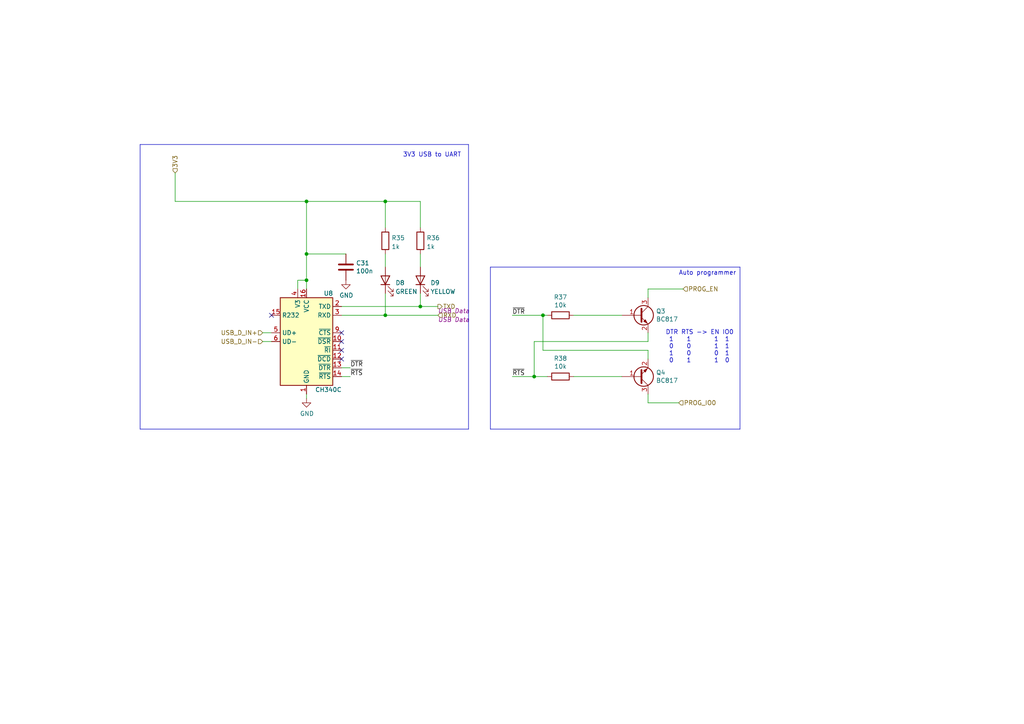
<source format=kicad_sch>
(kicad_sch (version 20230121) (generator eeschema)
  (paper "A4")
  (title_block (title "Serial Communication") (date "2021-09-12") (rev "0") (company "Florian Schuetz"))
  (lib_symbols
    (symbol "Device:C" (pin_numbers hide) (pin_names (offset 0.254))
      (property "Reference" "C" (at 0.635 2.54 0))
      (property "Value" "C" (at 0.635 -2.54 0))
      (symbol "C_0_1"
        (polyline (pts (xy -2.032 -0.762) (xy 2.032 -0.762)) (stroke (width 0.508)))
        (polyline (pts (xy -2.032 0.762) (xy 2.032 0.762)) (stroke (width 0.508)))
      )
      (symbol "C_1_1"
        (pin passive line (at 0 3.81 270) (length 2.794) (name "~") (number "1"))
        (pin passive line (at 0 -3.81 90) (length 2.794) (name "~") (number "2"))
      )
    )
    (symbol "Device:LED" (pin_numbers hide) (pin_names (offset 1.016) hide)
      (property "Reference" "D" (at 0 2.54 0))
      (property "Value" "LED" (at 0 -2.54 0))
      (symbol "LED_0_1"
        (polyline (pts (xy -1.27 -1.27) (xy -1.27 1.27)) (stroke (width 0.254)))
        (polyline (pts (xy -1.27 0) (xy 1.27 0)))
        (polyline (pts (xy 1.27 -1.27) (xy 1.27 1.27) (xy -1.27 0) (xy 1.27 -1.27)) (stroke (width 0.254)))
        (polyline (pts (xy -3.048 -0.762) (xy -4.572 -2.286) (xy -3.81 -2.286) (xy -4.572 -2.286) (xy -4.572 -1.524)))
        (polyline (pts (xy -1.778 -0.762) (xy -3.302 -2.286) (xy -2.54 -2.286) (xy -3.302 -2.286) (xy -3.302 -1.524)))
      )
      (symbol "LED_1_1"
        (pin passive line (at -3.81 0 0) (length 2.54) (name "K") (number "1"))
        (pin passive line (at 3.81 0 180) (length 2.54) (name "A") (number "2"))
      )
    )
    (symbol "Device:R" (pin_numbers hide) (pin_names (offset 0))
      (property "Reference" "R" (at 2.032 0 90))
      (property "Value" "R" (at 0 0 90))
      (symbol "R_0_1"
        (rectangle (start -1.016 -2.54) (end 1.016 2.54) (stroke (width 0.254)))
      )
      (symbol "R_1_1"
        (pin passive line (at 0 3.81 270) (length 1.27) (name "~") (number "1"))
        (pin passive line (at 0 -3.81 90) (length 1.27) (name "~") (number "2"))
      )
    )
    (symbol "Interface_USB:CH340C"
      (property "Reference" "U" (at -5.08 13.97 0))
      (property "Value" "CH340C" (at 1.27 13.97 0))
      (symbol "CH340C_0_1"
        (rectangle (start -7.62 12.7) (end 7.62 -12.7) (stroke (width 0.254)) (fill (type background)))
      )
      (symbol "CH340C_1_1"
        (pin power_in line (at 0 -15.24 90) (length 2.54) (name "GND") (number "1"))
        (pin input line (at 10.16 0 180) (length 2.54) (name "~{DSR}") (number "10"))
        (pin input line (at 10.16 -2.54 180) (length 2.54) (name "~{RI}") (number "11"))
        (pin input line (at 10.16 -5.08 180) (length 2.54) (name "~{DCD}") (number "12"))
        (pin output line (at 10.16 -7.62 180) (length 2.54) (name "~{DTR}") (number "13"))
        (pin output line (at 10.16 -10.16 180) (length 2.54) (name "~{RTS}") (number "14"))
        (pin input line (at -10.16 7.62 0) (length 2.54) (name "R232") (number "15"))
        (pin power_in line (at 0 15.24 270) (length 2.54) (name "VCC") (number "16"))
        (pin output line (at 10.16 10.16 180) (length 2.54) (name "TXD") (number "2"))
        (pin input line (at 10.16 7.62 180) (length 2.54) (name "RXD") (number "3"))
        (pin passive line (at -2.54 15.24 270) (length 2.54) (name "V3") (number "4"))
        (pin bidirectional line (at -10.16 2.54 0) (length 2.54) (name "UD+") (number "5"))
        (pin bidirectional line (at -10.16 0 0) (length 2.54) (name "UD-") (number "6"))
        (pin no_connect line (at -7.62 -7.62 0) (length 2.54) hide (name "NC") (number "7"))
        (pin no_connect line (at -7.62 -10.16 0) (length 2.54) hide (name "NC") (number "8"))
        (pin input line (at 10.16 2.54 180) (length 2.54) (name "~{CTS}") (number "9"))
      )
    )
    (symbol "Transistor_BJT:BC817" (pin_names (offset 0) hide)
      (property "Reference" "Q" (at 5.08 1.905 0))
      (property "Value" "BC817" (at 5.08 0 0))
      (symbol "BC817_0_1"
        (polyline (pts (xy 0.635 0.635) (xy 2.54 2.54)))
        (polyline (pts (xy 0.635 -0.635) (xy 2.54 -2.54) (xy 2.54 -2.54)))
        (polyline (pts (xy 0.635 1.905) (xy 0.635 -1.905) (xy 0.635 -1.905)) (stroke (width 0.508)))
        (polyline (pts (xy 1.27 -1.778) (xy 1.778 -1.27) (xy 2.286 -2.286) (xy 1.27 -1.778) (xy 1.27 -1.778)) (fill (type outline)))
        (circle (center 1.27 0) (radius 2.8194) (stroke (width 0.254)))
      )
      (symbol "BC817_1_1"
        (pin input line (at -5.08 0 0) (length 5.715) (name "B") (number "1"))
        (pin passive line (at 2.54 -5.08 90) (length 2.54) (name "E") (number "2"))
        (pin passive line (at 2.54 5.08 270) (length 2.54) (name "C") (number "3"))
      )
    )
    (symbol "power:GND" (power) (pin_names (offset 0))
      (property "Value" "GND" (at 0 -3.81 0))
      (symbol "GND_0_1"
        (polyline (pts (xy 0 0) (xy 0 -1.27) (xy 1.27 -1.27) (xy 0 -2.54) (xy -1.27 -1.27) (xy 0 -1.27)))
      )
      (symbol "GND_1_1"
        (pin power_in line (at 0 0 270) (length 0) hide (name "GND") (number "1"))
      )
    )
  )
  (junction (at 121.92 88.9))
  (junction (at 111.76 58.42))
  (junction (at 88.9 81.28))
  (junction (at 88.9 58.42))
  (junction (at 157.48 91.44))
  (junction (at 88.9 73.66))
  (junction (at 111.76 91.44))
  (junction (at 154.94 109.22))
  (no_connect (at 99.06 101.6))
  (no_connect (at 99.06 99.06))
  (no_connect (at 99.06 104.14))
  (no_connect (at 99.06 96.52))
  (no_connect (at 78.74 91.44))
  (wire (pts (xy 157.48 101.6) (xy 157.48 91.44)))
  (wire (pts (xy 187.96 83.82) (xy 198.12 83.82)))
  (wire (pts (xy 187.96 99.06) (xy 154.94 99.06)))
  (wire (pts (xy 111.76 58.42) (xy 88.9 58.42)))
  (polyline (pts (xy 40.64 41.91) (xy 135.89 41.91)))
  (wire (pts (xy 111.76 85.09) (xy 111.76 91.44)))
  (wire (pts (xy 187.96 96.52) (xy 187.96 99.06)))
  (wire (pts (xy 88.9 81.28) (xy 88.9 73.66)))
  (wire (pts (xy 121.92 58.42) (xy 111.76 58.42)))
  (wire (pts (xy 78.74 99.06) (xy 76.2 99.06)))
  (polyline (pts (xy 135.89 124.46) (xy 40.64 124.46)))
  (wire (pts (xy 88.9 83.82) (xy 88.9 81.28)))
  (wire (pts (xy 121.92 73.66) (xy 121.92 77.47)))
  (wire (pts (xy 99.06 109.22) (xy 101.6 109.22)))
  (wire (pts (xy 157.48 91.44) (xy 158.75 91.44)))
  (polyline (pts (xy 142.24 124.46) (xy 142.24 77.47)))
  (wire (pts (xy 50.8 58.42) (xy 50.8 50.165)))
  (wire (pts (xy 121.92 88.9) (xy 127 88.9)))
  (polyline (pts (xy 214.63 77.47) (xy 214.63 124.46)))
  (wire (pts (xy 111.76 91.44) (xy 127 91.44)))
  (wire (pts (xy 88.9 73.66) (xy 100.33 73.66)))
  (wire (pts (xy 88.9 58.42) (xy 88.9 73.66)))
  (wire (pts (xy 187.96 114.3) (xy 187.96 116.84)))
  (wire (pts (xy 154.94 99.06) (xy 154.94 109.22)))
  (wire (pts (xy 88.9 114.3) (xy 88.9 115.57)))
  (polyline (pts (xy 135.89 41.91) (xy 135.89 124.46)))
  (wire (pts (xy 99.06 91.44) (xy 111.76 91.44)))
  (wire (pts (xy 111.76 73.66) (xy 111.76 77.47)))
  (wire (pts (xy 121.92 66.04) (xy 121.92 58.42)))
  (wire (pts (xy 148.59 91.44) (xy 157.48 91.44)))
  (wire (pts (xy 166.37 109.22) (xy 180.34 109.22)))
  (wire (pts (xy 187.96 116.84) (xy 196.85 116.84)))
  (wire (pts (xy 121.92 85.09) (xy 121.92 88.9)))
  (wire (pts (xy 99.06 106.68) (xy 101.6 106.68)))
  (polyline (pts (xy 40.64 124.46) (xy 40.64 41.91)))
  (wire (pts (xy 88.9 81.28) (xy 86.36 81.28)))
  (wire (pts (xy 86.36 83.82) (xy 86.36 81.28)))
  (wire (pts (xy 50.8 58.42) (xy 88.9 58.42)))
  (wire (pts (xy 166.37 91.44) (xy 180.34 91.44)))
  (wire (pts (xy 187.96 86.36) (xy 187.96 83.82)))
  (wire (pts (xy 78.74 96.52) (xy 76.2 96.52)))
  (wire (pts (xy 148.59 109.22) (xy 154.94 109.22)))
  (polyline (pts (xy 214.63 124.46) (xy 142.24 124.46)))
  (polyline (pts (xy 142.24 77.47) (xy 214.63 77.47)))
  (wire (pts (xy 187.96 101.6) (xy 157.48 101.6)))
  (wire (pts (xy 154.94 109.22) (xy 158.75 109.22)))
  (wire (pts (xy 111.76 66.04) (xy 111.76 58.42)))
  (wire (pts (xy 99.06 88.9) (xy 121.92 88.9)))
  (wire (pts (xy 187.96 104.14) (xy 187.96 101.6)))
  (text "Auto programmer" (at 196.85 80.01 0) (effects (font (size 1.27 1.27)) (justify left bottom)))
  (text "3V3 USB to UART" (at 116.84 45.72 0) (effects (font (size 1.27 1.27)) (justify left bottom)))
  (text "DTR RTS -> EN IO0\n 1    1       1  1\n 0    0       1  1\n 1    0       0  1\n 0    1       1  0" (at 193.04 105.41 0) (effects (font (size 1.27 1.27)) (justify left bottom)))
  (label "~{DTR}" (at 101.6 106.68 0))
  (label "~{RTS}" (at 101.6 109.22 0))
  (label "~{DTR}" (at 148.59 91.44 0))
  (label "~{RTS}" (at 148.59 109.22 0))
  (hierarchical_label "PROG_IO0" (shape input) (at 196.85 116.84 0))
  (hierarchical_label "TXD" (shape output) (at 127 88.9 0) (property "Netclass" "USB Data" (at 127 90.17 0) (effects (font italic) (justify left))))
  (hierarchical_label "USB_D_IN+" (shape input) (at 76.2 96.52 180))
  (hierarchical_label "3V3" (shape input) (at 50.8 50.165 90))
  (hierarchical_label "RXD" (shape input) (at 127 91.44 0) (property "Netclass" "USB Data" (at 127 92.71 0) (effects (font italic) (justify left))))
  (hierarchical_label "USB_D_IN-" (shape input) (at 76.2 99.06 180))
  (hierarchical_label "PROG_EN" (shape input) (at 198.12 83.82 0))
  (symbol (lib_id "Interface_USB:CH340C") (at 88.9 99.06 0) (unit 1)
    (property "Reference" "U8" (at 95.25 85.09 0))
    (property "Value" "CH340C" (at 95.25 113.03 0))
    (property "Footprint" "Package_SO:SOIC-16_3.9x9.9mm_P1.27mm" (effects hide))
    (property "Datasheet" "https://datasheet.lcsc.com/szlcsc/Jiangsu-Qin-Heng-CH340C_C84681.pdf" (effects hide))
    (property "LCSC" "C84681" (effects hide))
  )
  (symbol (lib_id "Device:C") (at 100.33 77.47 0) (unit 1)
    (property "Reference" "C31" (at 103.251 76.3016 0) (effects (justify left)))
    (property "Value" "100n" (at 103.251 78.613 0) (effects (justify left)))
    (property "Footprint" "Capacitor_SMD:C_0603_1608Metric" (effects hide))
    (property "LCSC" "C14663" (effects hide))
    (property "AltPart" "C148241" (effects hide))
  )
  (symbol (lib_id "power:GND") (at 100.33 81.28 0) (unit 1)
    (property "Reference" "#PWR035" (effects hide))
    (property "Value" "GND" (at 100.457 85.6742 0))
  )
  (symbol (lib_id "power:GND") (at 88.9 115.57 0) (unit 1)
    (property "Reference" "#PWR036" (effects hide))
    (property "Value" "GND" (at 89.027 119.9642 0))
  )
  (symbol (lib_id "Device:R") (at 162.56 91.44 270) (unit 1)
    (property "Reference" "R37" (at 162.56 86.1822 90))
    (property "Value" "10k" (at 162.56 88.4936 90))
    (property "Footprint" "Resistor_SMD:R_0805_2012Metric" (effects hide))
    (property "LCSC" "C17414" (effects hide))
  )
  (symbol (lib_id "Device:R") (at 162.56 109.22 270) (unit 1)
    (property "Reference" "R38" (at 162.56 103.9622 90))
    (property "Value" "10k" (at 162.56 106.2736 90))
    (property "Footprint" "Resistor_SMD:R_0805_2012Metric" (effects hide))
    (property "LCSC" "C17414" (effects hide))
  )
  (symbol (lib_id "Transistor_BJT:BC817") (at 185.42 91.44 0) (unit 1)
    (property "Reference" "Q3" (at 190.2714 90.2716 0) (effects (justify left)))
    (property "Value" "BC817" (at 190.2714 92.583 0) (effects (justify left)))
    (property "Footprint" "Package_TO_SOT_SMD:SOT-23" (effects hide))
    (property "Datasheet" "https://www.onsemi.com/pub/Collateral/BC818-D.pdf" (effects hide))
    (property "LCSC" "C475629" (effects hide))
  )
  (symbol (lib_id "Transistor_BJT:BC817") (at 185.42 109.22 0) (mirror x) (unit 1)
    (property "Reference" "Q4" (at 190.2714 108.0516 0) (effects (justify left)))
    (property "Value" "BC817" (at 190.2714 110.363 0) (effects (justify left)))
    (property "Footprint" "Package_TO_SOT_SMD:SOT-23" (effects hide))
    (property "Datasheet" "https://www.onsemi.com/pub/Collateral/BC818-D.pdf" (effects hide))
    (property "LCSC" "C475629" (effects hide))
  )
  (symbol (lib_id "Device:R") (at 111.76 69.85 0) (unit 1)
    (property "Reference" "R35" (at 113.538 69.0153 0) (effects (justify left)))
    (property "Value" "1k" (at 113.538 71.5522 0) (effects (justify left)))
    (property "Footprint" "Resistor_SMD:R_0603_1608Metric" (effects hide))
    (property "LCSC" "C21190" (effects hide))
    (property "AltPart" "C115316" (effects hide))
  )
  (symbol (lib_id "Device:LED") (at 111.76 81.28 90) (unit 1)
    (property "Reference" "D8" (at 114.681 82.0328 90) (effects (justify right)))
    (property "Value" "GREEN" (at 114.681 84.5697 90) (effects (justify right)))
    (property "Footprint" "LED_SMD:LED_0805_2012Metric" (effects hide))
    (property "LCSC" "C2297" (effects hide))
    (property "AltPart" "C142303" (effects hide))
  )
  (symbol (lib_id "Device:LED") (at 121.92 81.28 90) (unit 1)
    (property "Reference" "D9" (at 124.841 82.0328 90) (effects (justify right)))
    (property "Value" "YELLOW" (at 124.841 84.5697 90) (effects (justify right)))
    (property "Footprint" "LED_SMD:LED_0805_2012Metric" (effects hide))
    (property "LCSC" "C2296" (effects hide))
    (property "AltPart" "C434434" (effects hide))
  )
  (symbol (lib_id "Device:R") (at 121.92 69.85 0) (unit 1)
    (property "Reference" "R36" (at 123.698 69.0153 0) (effects (justify left)))
    (property "Value" "1k" (at 123.698 71.5522 0) (effects (justify left)))
    (property "Footprint" "Resistor_SMD:R_0603_1608Metric" (effects hide))
    (property "LCSC" "C21190" (effects hide))
    (property "AltPart" "C115316" (effects hide))
  )
)
</source>
